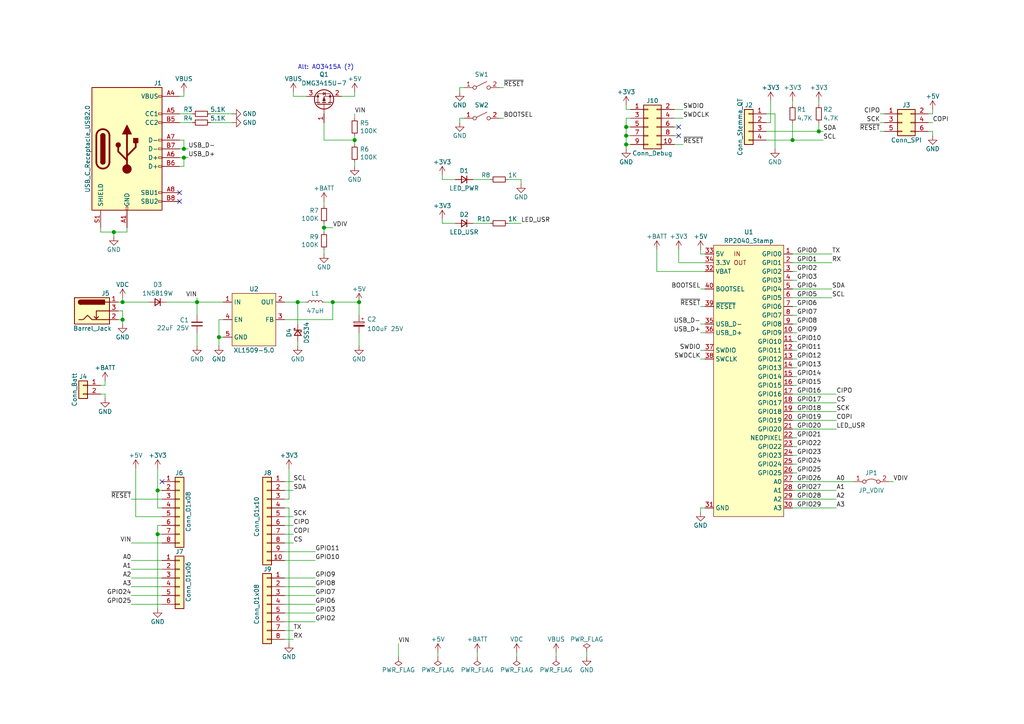
<source format=kicad_sch>
(kicad_sch (version 20230121) (generator eeschema)
  (paper "A4")
  (lib_symbols
    (symbol "Connector:Barrel_Jack_Switch" (pin_names hide)
      (property "Reference" "J" (at 0 5.334 0))
      (property "Value" "Barrel_Jack_Switch" (at 0 -5.08 0))
      (symbol "Barrel_Jack_Switch_1_1"
        (pin passive line (at 7.62 2.54 180) (length 2.54) (name "~") (number "1"))
        (pin passive line (at 7.62 -2.54 180) (length 2.54) (name "~") (number "2"))
        (pin passive line (at 7.62 0 180) (length 2.54) (name "~") (number "3"))
      )
    )
    (symbol "Connector:USB_C_Receptacle_USB2.0" (pin_names (offset 1.016))
      (property "Reference" "J" (at -10.16 19.05 0))
      (property "Value" "USB_C_Receptacle_USB2.0" (at 19.05 19.05 0))
      (symbol "USB_C_Receptacle_USB2.0_1_1"
        (pin passive line (at 0 -22.86 90) (length 5.08) (name "GND") (number "A1"))
        (pin passive line (at 0 -22.86 90) (length 5.08) hide (name "GND") (number "A12"))
        (pin passive line (at 15.24 15.24 180) (length 5.08) (name "VBUS") (number "A4"))
        (pin bidirectional line (at 15.24 10.16 180) (length 5.08) (name "CC1") (number "A5"))
        (pin bidirectional line (at 15.24 -2.54 180) (length 5.08) (name "D+") (number "A6"))
        (pin bidirectional line (at 15.24 2.54 180) (length 5.08) (name "D-") (number "A7"))
        (pin bidirectional line (at 15.24 -12.7 180) (length 5.08) (name "SBU1") (number "A8"))
        (pin passive line (at 15.24 15.24 180) (length 5.08) hide (name "VBUS") (number "A9"))
        (pin passive line (at 0 -22.86 90) (length 5.08) hide (name "GND") (number "B1"))
        (pin passive line (at 0 -22.86 90) (length 5.08) hide (name "GND") (number "B12"))
        (pin passive line (at 15.24 15.24 180) (length 5.08) hide (name "VBUS") (number "B4"))
        (pin bidirectional line (at 15.24 7.62 180) (length 5.08) (name "CC2") (number "B5"))
        (pin bidirectional line (at 15.24 -5.08 180) (length 5.08) (name "D+") (number "B6"))
        (pin bidirectional line (at 15.24 0 180) (length 5.08) (name "D-") (number "B7"))
        (pin bidirectional line (at 15.24 -15.24 180) (length 5.08) (name "SBU2") (number "B8"))
        (pin passive line (at 15.24 15.24 180) (length 5.08) hide (name "VBUS") (number "B9"))
        (pin passive line (at -7.62 -22.86 90) (length 5.08) (name "SHIELD") (number "S1"))
      )
    )
    (symbol "Connector_Generic:Conn_01x02" (pin_names (offset 1.016) hide)
      (property "Reference" "J" (at 0 2.54 0))
      (property "Value" "Conn_01x02" (at 0 -5.08 0))
      (symbol "Conn_01x02_1_1"
        (pin passive line (at -5.08 0 0) (length 3.81) (name "Pin_1") (number "1"))
        (pin passive line (at -5.08 -2.54 0) (length 3.81) (name "Pin_2") (number "2"))
      )
    )
    (symbol "Connector_Generic:Conn_01x04" (pin_names (offset 1.016) hide)
      (property "Reference" "J" (at 0 5.08 0))
      (property "Value" "Conn_01x04" (at 0 -7.62 0))
      (symbol "Conn_01x04_1_1"
        (pin passive line (at -5.08 2.54 0) (length 3.81) (name "Pin_1") (number "1"))
        (pin passive line (at -5.08 0 0) (length 3.81) (name "Pin_2") (number "2"))
        (pin passive line (at -5.08 -2.54 0) (length 3.81) (name "Pin_3") (number "3"))
        (pin passive line (at -5.08 -5.08 0) (length 3.81) (name "Pin_4") (number "4"))
      )
    )
    (symbol "Connector_Generic:Conn_01x06" (pin_names (offset 1.016) hide)
      (property "Reference" "J" (at 0 7.62 0))
      (property "Value" "Conn_01x06" (at 0 -10.16 0))
      (symbol "Conn_01x06_1_1"
        (pin passive line (at -5.08 5.08 0) (length 3.81) (name "Pin_1") (number "1"))
        (pin passive line (at -5.08 2.54 0) (length 3.81) (name "Pin_2") (number "2"))
        (pin passive line (at -5.08 0 0) (length 3.81) (name "Pin_3") (number "3"))
        (pin passive line (at -5.08 -2.54 0) (length 3.81) (name "Pin_4") (number "4"))
        (pin passive line (at -5.08 -5.08 0) (length 3.81) (name "Pin_5") (number "5"))
        (pin passive line (at -5.08 -7.62 0) (length 3.81) (name "Pin_6") (number "6"))
      )
    )
    (symbol "Connector_Generic:Conn_01x08" (pin_names (offset 1.016) hide)
      (property "Reference" "J" (at 0 10.16 0))
      (property "Value" "Conn_01x08" (at 0 -12.7 0))
      (symbol "Conn_01x08_1_1"
        (pin passive line (at -5.08 7.62 0) (length 3.81) (name "Pin_1") (number "1"))
        (pin passive line (at -5.08 5.08 0) (length 3.81) (name "Pin_2") (number "2"))
        (pin passive line (at -5.08 2.54 0) (length 3.81) (name "Pin_3") (number "3"))
        (pin passive line (at -5.08 0 0) (length 3.81) (name "Pin_4") (number "4"))
        (pin passive line (at -5.08 -2.54 0) (length 3.81) (name "Pin_5") (number "5"))
        (pin passive line (at -5.08 -5.08 0) (length 3.81) (name "Pin_6") (number "6"))
        (pin passive line (at -5.08 -7.62 0) (length 3.81) (name "Pin_7") (number "7"))
        (pin passive line (at -5.08 -10.16 0) (length 3.81) (name "Pin_8") (number "8"))
      )
    )
    (symbol "Connector_Generic:Conn_01x10" (pin_names (offset 1.016) hide)
      (property "Reference" "J" (at 0 12.7 0))
      (property "Value" "Conn_01x10" (at 0 -15.24 0))
      (symbol "Conn_01x10_1_1"
        (pin passive line (at -5.08 10.16 0) (length 3.81) (name "Pin_1") (number "1"))
        (pin passive line (at -5.08 -12.7 0) (length 3.81) (name "Pin_10") (number "10"))
        (pin passive line (at -5.08 7.62 0) (length 3.81) (name "Pin_2") (number "2"))
        (pin passive line (at -5.08 5.08 0) (length 3.81) (name "Pin_3") (number "3"))
        (pin passive line (at -5.08 2.54 0) (length 3.81) (name "Pin_4") (number "4"))
        (pin passive line (at -5.08 0 0) (length 3.81) (name "Pin_5") (number "5"))
        (pin passive line (at -5.08 -2.54 0) (length 3.81) (name "Pin_6") (number "6"))
        (pin passive line (at -5.08 -5.08 0) (length 3.81) (name "Pin_7") (number "7"))
        (pin passive line (at -5.08 -7.62 0) (length 3.81) (name "Pin_8") (number "8"))
        (pin passive line (at -5.08 -10.16 0) (length 3.81) (name "Pin_9") (number "9"))
      )
    )
    (symbol "Connector_Generic:Conn_02x03_Odd_Even" (pin_names (offset 1.016) hide)
      (property "Reference" "J" (at 1.27 5.08 0))
      (property "Value" "Conn_02x03_Odd_Even" (at 1.27 -5.08 0))
      (symbol "Conn_02x03_Odd_Even_1_1"
        (pin passive line (at -5.08 2.54 0) (length 3.81) (name "Pin_1") (number "1"))
        (pin passive line (at 7.62 2.54 180) (length 3.81) (name "Pin_2") (number "2"))
        (pin passive line (at -5.08 0 0) (length 3.81) (name "Pin_3") (number "3"))
        (pin passive line (at 7.62 0 180) (length 3.81) (name "Pin_4") (number "4"))
        (pin passive line (at -5.08 -2.54 0) (length 3.81) (name "Pin_5") (number "5"))
        (pin passive line (at 7.62 -2.54 180) (length 3.81) (name "Pin_6") (number "6"))
      )
    )
    (symbol "Connector_Generic:Conn_02x05_Odd_Even" (pin_names (offset 1.016) hide)
      (property "Reference" "J" (at 1.27 7.62 0))
      (property "Value" "Conn_02x05_Odd_Even" (at 1.27 -7.62 0))
      (symbol "Conn_02x05_Odd_Even_1_1"
        (pin passive line (at -5.08 5.08 0) (length 3.81) (name "Pin_1") (number "1"))
        (pin passive line (at 7.62 -5.08 180) (length 3.81) (name "Pin_10") (number "10"))
        (pin passive line (at 7.62 5.08 180) (length 3.81) (name "Pin_2") (number "2"))
        (pin passive line (at -5.08 2.54 0) (length 3.81) (name "Pin_3") (number "3"))
        (pin passive line (at 7.62 2.54 180) (length 3.81) (name "Pin_4") (number "4"))
        (pin passive line (at -5.08 0 0) (length 3.81) (name "Pin_5") (number "5"))
        (pin passive line (at 7.62 0 180) (length 3.81) (name "Pin_6") (number "6"))
        (pin passive line (at -5.08 -2.54 0) (length 3.81) (name "Pin_7") (number "7"))
        (pin passive line (at 7.62 -2.54 180) (length 3.81) (name "Pin_8") (number "8"))
        (pin passive line (at -5.08 -5.08 0) (length 3.81) (name "Pin_9") (number "9"))
      )
    )
    (symbol "Device:C_Polarized_Small" (pin_numbers hide) (pin_names (offset 0.254) hide)
      (property "Reference" "C" (at 0.254 1.778 0))
      (property "Value" "C_Polarized_Small" (at 0.254 -2.032 0))
      (symbol "C_Polarized_Small_1_1"
        (pin passive line (at 0 2.54 270) (length 1.8542) (name "~") (number "1"))
        (pin passive line (at 0 -2.54 90) (length 1.8542) (name "~") (number "2"))
      )
    )
    (symbol "Device:C_Small" (pin_numbers hide) (pin_names (offset 0.254) hide)
      (property "Reference" "C" (at 0.254 1.778 0))
      (property "Value" "C_Small" (at 0.254 -2.032 0))
      (symbol "C_Small_1_1"
        (pin passive line (at 0 2.54 270) (length 2.032) (name "~") (number "1"))
        (pin passive line (at 0 -2.54 90) (length 2.032) (name "~") (number "2"))
      )
    )
    (symbol "Device:D_Schottky_Small" (pin_numbers hide) (pin_names (offset 0.254) hide)
      (property "Reference" "D" (at -1.27 2.032 0))
      (property "Value" "D_Schottky_Small" (at -7.112 -2.032 0))
      (symbol "D_Schottky_Small_1_1"
        (pin passive line (at -2.54 0 0) (length 1.778) (name "K") (number "1"))
        (pin passive line (at 2.54 0 180) (length 1.778) (name "A") (number "2"))
      )
    )
    (symbol "Device:D_Small" (pin_numbers hide) (pin_names (offset 0.254) hide)
      (property "Reference" "D" (at -1.27 2.032 0))
      (property "Value" "D_Small" (at -3.81 -2.032 0))
      (symbol "D_Small_1_1"
        (pin passive line (at -2.54 0 0) (length 1.778) (name "K") (number "1"))
        (pin passive line (at 2.54 0 180) (length 1.778) (name "A") (number "2"))
      )
    )
    (symbol "Device:L_Small" (pin_numbers hide) (pin_names (offset 0.254) hide)
      (property "Reference" "L" (at 0.762 1.016 0))
      (property "Value" "L_Small" (at 0.762 -1.016 0))
      (symbol "L_Small_1_1"
        (pin passive line (at 0 2.54 270) (length 0.508) (name "~") (number "1"))
        (pin passive line (at 0 -2.54 90) (length 0.508) (name "~") (number "2"))
      )
    )
    (symbol "Device:R_Small" (pin_numbers hide) (pin_names (offset 0.254) hide)
      (property "Reference" "R" (at 0.762 0.508 0))
      (property "Value" "R_Small" (at 0.762 -1.016 0))
      (symbol "R_Small_1_1"
        (pin passive line (at 0 2.54 270) (length 0.762) (name "~") (number "1"))
        (pin passive line (at 0 -2.54 90) (length 0.762) (name "~") (number "2"))
      )
    )
    (symbol "Jumper:Jumper_2_Bridged" (pin_names (offset 0) hide)
      (property "Reference" "JP" (at 0 1.905 0))
      (property "Value" "Jumper_2_Bridged" (at 0 -2.54 0))
      (symbol "Jumper_2_Bridged_1_1"
        (pin passive line (at -5.08 0 0) (length 2.54) (name "A") (number "1"))
        (pin passive line (at 5.08 0 180) (length 2.54) (name "B") (number "2"))
      )
    )
    (symbol "RP2040_Stamp:RP2040_Stamp"
      (property "Reference" "U" (at 10.16 43.18 0))
      (property "Value" "RP2040_Stamp" (at 0 -38.1 0))
      (symbol "RP2040_Stamp_0_0"
        (text "IN" (at -4.445 39.37 0) (effects (font (size 1.27 1.27)) (justify left)))
        (text "OUT" (at -4.445 36.83 0) (effects (font (size 1.27 1.27)) (justify left)))
        (pin bidirectional line (at 12.7 39.37 180) (length 2.54) (name "GPIO0") (number "1"))
        (pin bidirectional line (at 12.7 16.51 180) (length 2.54) (name "GPIO9") (number "10"))
        (pin bidirectional line (at 12.7 13.97 180) (length 2.54) (name "GPIO10") (number "11"))
        (pin bidirectional line (at 12.7 11.43 180) (length 2.54) (name "GPIO11") (number "12"))
        (pin bidirectional line (at 12.7 8.89 180) (length 2.54) (name "GPIO12") (number "13"))
        (pin bidirectional line (at 12.7 6.35 180) (length 2.54) (name "GPIO13") (number "14"))
        (pin bidirectional line (at 12.7 3.81 180) (length 2.54) (name "GPIO14") (number "15"))
        (pin bidirectional line (at 12.7 1.27 180) (length 2.54) (name "GPIO15") (number "16"))
        (pin bidirectional line (at 12.7 -1.27 180) (length 2.54) (name "GPIO16") (number "17"))
        (pin bidirectional line (at 12.7 -3.81 180) (length 2.54) (name "GPIO17") (number "18"))
        (pin bidirectional line (at 12.7 -6.35 180) (length 2.54) (name "GPIO18") (number "19"))
        (pin bidirectional line (at 12.7 36.83 180) (length 2.54) (name "GPIO1") (number "2"))
        (pin bidirectional line (at 12.7 -8.89 180) (length 2.54) (name "GPIO19") (number "20"))
        (pin bidirectional line (at 12.7 -11.43 180) (length 2.54) (name "GPIO20") (number "21"))
        (pin bidirectional line (at 12.7 -13.97 180) (length 2.54) (name "GPIO21") (number "22") (alternate "NEOPIXEL" output line))
        (pin bidirectional line (at 12.7 -16.51 180) (length 2.54) (name "GPIO22") (number "23"))
        (pin bidirectional line (at 12.7 -19.05 180) (length 2.54) (name "GPIO23") (number "24"))
        (pin bidirectional line (at 12.7 -21.59 180) (length 2.54) (name "GPIO24") (number "25"))
        (pin bidirectional line (at 12.7 -24.13 180) (length 2.54) (name "GPIO25") (number "26"))
        (pin bidirectional line (at 12.7 -26.67 180) (length 2.54) (name "GPIO26") (number "27") (alternate "A0" input line))
        (pin bidirectional line (at 12.7 -29.21 180) (length 2.54) (name "GPIO27") (number "28") (alternate "A1" input line))
        (pin bidirectional line (at 12.7 -31.75 180) (length 2.54) (name "GPIO28") (number "29") (alternate "A2" input line))
        (pin bidirectional line (at 12.7 34.29 180) (length 2.54) (name "GPIO2") (number "3"))
        (pin bidirectional line (at 12.7 -34.29 180) (length 2.54) (name "GPIO29") (number "30") (alternate "A3" input line))
        (pin power_in line (at -12.7 -34.29 0) (length 2.54) (name "GND") (number "31"))
        (pin power_in line (at -12.7 34.29 0) (length 2.54) (name "VBAT") (number "32"))
        (pin power_in line (at -12.7 39.37 0) (length 2.54) (name "5V") (number "33"))
        (pin power_out line (at -12.7 36.83 0) (length 2.54) (name "3.3V") (number "34"))
        (pin bidirectional line (at -12.7 19.05 0) (length 2.54) (name "USB_D-") (number "35"))
        (pin bidirectional line (at -12.7 16.51 0) (length 2.54) (name "USB_D+") (number "36"))
        (pin bidirectional line (at -12.7 11.43 0) (length 2.54) (name "SWDIO") (number "37"))
        (pin input line (at -12.7 8.89 0) (length 2.54) (name "SWCLK") (number "38"))
        (pin bidirectional line (at -12.7 24.13 0) (length 2.54) (name "~{RESET}") (number "39"))
        (pin bidirectional line (at 12.7 31.75 180) (length 2.54) (name "GPIO3") (number "4"))
        (pin input line (at -12.7 29.21 0) (length 2.54) (name "BOOTSEL") (number "40"))
        (pin bidirectional line (at 12.7 29.21 180) (length 2.54) (name "GPIO4") (number "5"))
        (pin bidirectional line (at 12.7 26.67 180) (length 2.54) (name "GPIO5") (number "6"))
        (pin bidirectional line (at 12.7 24.13 180) (length 2.54) (name "GPIO6") (number "7"))
        (pin bidirectional line (at 12.7 21.59 180) (length 2.54) (name "GPIO7") (number "8"))
        (pin bidirectional line (at 12.7 19.05 180) (length 2.54) (name "GPIO8") (number "9"))
      )
    )
    (symbol "Regulator_Switching_Extra:XL1509-5.0"
      (property "Reference" "U" (at 6.35 8.89 0))
      (property "Value" "XL1509-5.0" (at 0 -8.89 0))
      (symbol "XL1509-5.0_0_0"
        (pin passive line (at -8.89 -5.08 0) (length 2.54) hide (name "GND") (number "6"))
        (pin passive line (at -8.89 -5.08 0) (length 2.54) hide (name "GND") (number "7"))
        (pin passive line (at -8.89 -5.08 0) (length 2.54) hide (name "GND") (number "8"))
      )
      (symbol "XL1509-5.0_1_1"
        (pin power_in line (at -8.89 5.08 0) (length 2.54) (name "IN") (number "1"))
        (pin power_out line (at 8.89 5.08 180) (length 2.54) (name "OUT") (number "2"))
        (pin input line (at 8.89 0 180) (length 2.54) (name "FB") (number "3"))
        (pin input line (at -8.89 0 0) (length 2.54) (name "EN") (number "4"))
        (pin power_in line (at -8.89 -5.08 0) (length 2.54) (name "GND") (number "5"))
      )
    )
    (symbol "Switch:SW_SPST" (pin_names (offset 0) hide)
      (property "Reference" "SW" (at 0 3.175 0))
      (property "Value" "SW_SPST" (at 0 -2.54 0))
      (symbol "SW_SPST_1_1"
        (pin passive line (at -5.08 0 0) (length 2.54) (name "A") (number "1"))
        (pin passive line (at 5.08 0 180) (length 2.54) (name "B") (number "2"))
      )
    )
    (symbol "Transistor_FET:BSS84" (pin_names hide)
      (property "Reference" "Q" (at 5.08 1.905 0))
      (property "Value" "BSS84" (at 5.08 0 0))
      (symbol "BSS84_1_1"
        (pin input line (at -5.08 0 0) (length 2.54) (name "G") (number "1"))
        (pin passive line (at 2.54 -5.08 90) (length 2.54) (name "S") (number "2"))
        (pin passive line (at 2.54 5.08 270) (length 2.54) (name "D") (number "3"))
      )
    )
    (symbol "power:+3.3V" (power) (pin_names (offset 0))
      (property "Value" "+3.3V" (at 0 3.556 0))
      (symbol "+3.3V_1_1"
        (pin power_in line (at 0 0 90) (length 0) hide (name "+3V3") (number "1"))
      )
    )
    (symbol "power:+3V3" (power) (pin_names (offset 0))
      (property "Value" "+3V3" (at 0 3.556 0))
      (symbol "+3V3_1_1"
        (pin power_in line (at 0 0 90) (length 0) hide (name "+3V3") (number "1"))
      )
    )
    (symbol "power:+5V" (power) (pin_names (offset 0))
      (property "Value" "+5V" (at 0 3.556 0))
      (symbol "+5V_1_1"
        (pin power_in line (at 0 0 90) (length 0) hide (name "+5V") (number "1"))
      )
    )
    (symbol "power:+BATT" (power) (pin_names (offset 0))
      (property "Value" "+BATT" (at 0 3.556 0))
      (symbol "+BATT_1_1"
        (pin power_in line (at 0 0 90) (length 0) hide (name "+BATT") (number "1"))
      )
    )
    (symbol "power:GND" (power) (pin_names (offset 0))
      (property "Value" "GND" (at 0 -3.81 0))
      (symbol "GND_1_1"
        (pin power_in line (at 0 0 270) (length 0) hide (name "GND") (number "1"))
      )
    )
    (symbol "power:PWR_FLAG" (power) (pin_numbers hide) (pin_names (offset 0) hide)
      (property "Value" "PWR_FLAG" (at 0 3.81 0))
      (symbol "PWR_FLAG_0_0"
        (pin power_out line (at 0 0 90) (length 0) (name "pwr") (number "1"))
      )
    )
    (symbol "power:VBUS" (power) (pin_names (offset 0))
      (property "Value" "VBUS" (at 0 3.81 0))
      (symbol "VBUS_1_1"
        (pin power_in line (at 0 0 90) (length 0) hide (name "VBUS") (number "1"))
      )
    )
    (symbol "power:VDC" (power) (pin_names (offset 0))
      (property "Value" "VDC" (at 0 6.35 0))
      (symbol "VDC_1_1"
        (pin power_in line (at 0 0 90) (length 0) hide (name "VDC") (number "1"))
      )
    )
  )
  (junction (at 45.72 142.24) (diameter 1.016))
  (junction (at 237.49 38.1) (diameter 1.016))
  (junction (at 33.02 67.31) (diameter 1.016))
  (junction (at 45.72 154.94) (diameter 1.016))
  (junction (at 104.14 87.63) (diameter 1.016))
  (junction (at 53.34 45.72) (diameter 1.016))
  (junction (at 35.56 87.63) (diameter 1.016))
  (junction (at 57.15 87.63) (diameter 1.016))
  (junction (at 63.5 97.79) (diameter 1.016))
  (junction (at 181.61 36.83) (diameter 1.016))
  (junction (at 96.52 87.63) (diameter 1.016))
  (junction (at 93.98 66.04) (diameter 1.016))
  (junction (at 35.56 92.71) (diameter 1.016))
  (junction (at 86.36 87.63) (diameter 1.016))
  (junction (at 181.61 41.91) (diameter 1.016))
  (junction (at 53.34 43.18) (diameter 1.016))
  (junction (at 102.87 40.64) (diameter 1.016))
  (junction (at 181.61 39.37) (diameter 1.016))
  (junction (at 229.87 40.64) (diameter 1.016))
  (no_connect (at 52.07 55.88))
  (no_connect (at 196.85 36.83))
  (no_connect (at 46.99 139.7))
  (no_connect (at 52.07 58.42))
  (no_connect (at 196.85 39.37))
  (wire (pts (xy 45.72 152.4) (xy 45.72 154.94)))
  (wire (pts (xy 45.72 154.94) (xy 45.72 176.53)))
  (wire (pts (xy 190.5 78.74) (xy 204.47 78.74)))
  (wire (pts (xy 229.87 134.62) (xy 231.14 134.62)))
  (wire (pts (xy 38.1 175.26) (xy 46.99 175.26)))
  (wire (pts (xy 82.55 180.34) (xy 91.44 180.34)))
  (wire (pts (xy 63.5 97.79) (xy 63.5 100.33)))
  (wire (pts (xy 52.07 48.26) (xy 53.34 48.26)))
  (wire (pts (xy 53.34 48.26) (xy 53.34 45.72)))
  (wire (pts (xy 38.1 172.72) (xy 46.99 172.72)))
  (wire (pts (xy 229.87 86.36) (xy 241.3 86.36)))
  (wire (pts (xy 52.07 40.64) (xy 53.34 40.64)))
  (wire (pts (xy 53.34 40.64) (xy 53.34 43.18)))
  (wire (pts (xy 82.55 162.56) (xy 91.44 162.56)))
  (wire (pts (xy 85.09 26.67) (xy 85.09 27.94)))
  (wire (pts (xy 85.09 27.94) (xy 88.9 27.94)))
  (wire (pts (xy 229.87 137.16) (xy 231.14 137.16)))
  (wire (pts (xy 229.87 78.74) (xy 231.14 78.74)))
  (wire (pts (xy 46.99 165.1) (xy 38.1 165.1)))
  (wire (pts (xy 83.82 147.32) (xy 83.82 186.69)))
  (wire (pts (xy 203.2 96.52) (xy 204.47 96.52)))
  (wire (pts (xy 128.27 52.07) (xy 128.27 50.8)))
  (wire (pts (xy 229.87 111.76) (xy 231.14 111.76)))
  (wire (pts (xy 229.87 144.78) (xy 242.57 144.78)))
  (wire (pts (xy 181.61 31.75) (xy 181.61 30.48)))
  (wire (pts (xy 60.96 35.56) (xy 67.31 35.56)))
  (wire (pts (xy 195.58 36.83) (xy 196.85 36.83)))
  (wire (pts (xy 229.87 88.9) (xy 231.14 88.9)))
  (wire (pts (xy 229.87 129.54) (xy 231.14 129.54)))
  (wire (pts (xy 46.99 154.94) (xy 45.72 154.94)))
  (wire (pts (xy 222.25 33.02) (xy 224.79 33.02)))
  (wire (pts (xy 161.29 189.23) (xy 161.29 190.5)))
  (wire (pts (xy 60.96 33.02) (xy 67.31 33.02)))
  (wire (pts (xy 255.27 33.02) (xy 256.54 33.02)))
  (wire (pts (xy 127 189.23) (xy 127 190.5)))
  (wire (pts (xy 82.55 87.63) (xy 86.36 87.63)))
  (wire (pts (xy 86.36 87.63) (xy 88.9 87.63)))
  (wire (pts (xy 104.14 96.52) (xy 104.14 100.33)))
  (wire (pts (xy 82.55 177.8) (xy 91.44 177.8)))
  (wire (pts (xy 64.77 97.79) (xy 63.5 97.79)))
  (wire (pts (xy 45.72 135.89) (xy 45.72 142.24)))
  (wire (pts (xy 45.72 142.24) (xy 46.99 142.24)))
  (wire (pts (xy 203.2 104.14) (xy 204.47 104.14)))
  (wire (pts (xy 203.2 83.82) (xy 204.47 83.82)))
  (wire (pts (xy 229.87 29.21) (xy 229.87 30.48)))
  (wire (pts (xy 229.87 76.2) (xy 241.3 76.2)))
  (wire (pts (xy 229.87 106.68) (xy 231.14 106.68)))
  (wire (pts (xy 203.2 147.32) (xy 203.2 148.59)))
  (wire (pts (xy 204.47 147.32) (xy 203.2 147.32)))
  (wire (pts (xy 181.61 34.29) (xy 181.61 36.83)))
  (wire (pts (xy 147.32 52.07) (xy 151.13 52.07)))
  (wire (pts (xy 48.26 87.63) (xy 57.15 87.63)))
  (wire (pts (xy 182.88 34.29) (xy 181.61 34.29)))
  (wire (pts (xy 229.87 139.7) (xy 247.65 139.7)))
  (wire (pts (xy 82.55 160.02) (xy 91.44 160.02)))
  (wire (pts (xy 229.87 91.44) (xy 231.14 91.44)))
  (wire (pts (xy 223.52 35.56) (xy 223.52 29.21)))
  (wire (pts (xy 46.99 162.56) (xy 38.1 162.56)))
  (wire (pts (xy 270.51 39.37) (xy 270.51 38.1)))
  (wire (pts (xy 82.55 175.26) (xy 91.44 175.26)))
  (wire (pts (xy 29.21 111.76) (xy 30.48 111.76)))
  (wire (pts (xy 30.48 110.49) (xy 30.48 111.76)))
  (wire (pts (xy 149.86 189.23) (xy 149.86 190.5)))
  (wire (pts (xy 82.55 185.42) (xy 85.09 185.42)))
  (wire (pts (xy 195.58 39.37) (xy 196.85 39.37)))
  (wire (pts (xy 229.87 73.66) (xy 241.3 73.66)))
  (wire (pts (xy 82.55 170.18) (xy 91.44 170.18)))
  (wire (pts (xy 93.98 40.64) (xy 93.98 35.56)))
  (wire (pts (xy 93.98 40.64) (xy 102.87 40.64)))
  (wire (pts (xy 229.87 35.56) (xy 229.87 40.64)))
  (wire (pts (xy 46.99 152.4) (xy 45.72 152.4)))
  (wire (pts (xy 45.72 147.32) (xy 46.99 147.32)))
  (wire (pts (xy 52.07 33.02) (xy 55.88 33.02)))
  (wire (pts (xy 203.2 101.6) (xy 204.47 101.6)))
  (wire (pts (xy 93.98 58.42) (xy 93.98 59.69)))
  (wire (pts (xy 82.55 139.7) (xy 85.09 139.7)))
  (wire (pts (xy 82.55 149.86) (xy 85.09 149.86)))
  (wire (pts (xy 82.55 157.48) (xy 85.09 157.48)))
  (wire (pts (xy 195.58 31.75) (xy 198.12 31.75)))
  (wire (pts (xy 52.07 35.56) (xy 55.88 35.56)))
  (wire (pts (xy 229.87 147.32) (xy 242.57 147.32)))
  (wire (pts (xy 269.24 35.56) (xy 270.51 35.56)))
  (wire (pts (xy 151.13 52.07) (xy 151.13 53.34)))
  (wire (pts (xy 82.55 152.4) (xy 85.09 152.4)))
  (wire (pts (xy 34.29 90.17) (xy 35.56 90.17)))
  (wire (pts (xy 35.56 90.17) (xy 35.56 92.71)))
  (wire (pts (xy 35.56 92.71) (xy 35.56 93.98)))
  (wire (pts (xy 237.49 35.56) (xy 237.49 38.1)))
  (wire (pts (xy 34.29 87.63) (xy 35.56 87.63)))
  (wire (pts (xy 222.25 35.56) (xy 223.52 35.56)))
  (wire (pts (xy 229.87 119.38) (xy 242.57 119.38)))
  (wire (pts (xy 182.88 36.83) (xy 181.61 36.83)))
  (wire (pts (xy 257.81 139.7) (xy 259.08 139.7)))
  (wire (pts (xy 229.87 127) (xy 231.14 127)))
  (wire (pts (xy 229.87 114.3) (xy 242.57 114.3)))
  (wire (pts (xy 222.25 38.1) (xy 237.49 38.1)))
  (wire (pts (xy 82.55 172.72) (xy 91.44 172.72)))
  (wire (pts (xy 229.87 93.98) (xy 231.14 93.98)))
  (wire (pts (xy 93.98 87.63) (xy 96.52 87.63)))
  (wire (pts (xy 29.21 66.04) (xy 29.21 67.31)))
  (wire (pts (xy 29.21 67.31) (xy 33.02 67.31)))
  (wire (pts (xy 33.02 67.31) (xy 36.83 67.31)))
  (wire (pts (xy 36.83 67.31) (xy 36.83 66.04)))
  (wire (pts (xy 82.55 142.24) (xy 85.09 142.24)))
  (wire (pts (xy 52.07 27.94) (xy 53.34 27.94)))
  (wire (pts (xy 53.34 26.67) (xy 53.34 27.94)))
  (wire (pts (xy 182.88 41.91) (xy 181.61 41.91)))
  (wire (pts (xy 137.16 52.07) (xy 142.24 52.07)))
  (wire (pts (xy 38.1 144.78) (xy 46.99 144.78)))
  (wire (pts (xy 224.79 33.02) (xy 224.79 43.18)))
  (wire (pts (xy 170.18 189.23) (xy 170.18 190.5)))
  (wire (pts (xy 93.98 64.77) (xy 93.98 66.04)))
  (wire (pts (xy 137.16 64.77) (xy 142.24 64.77)))
  (wire (pts (xy 82.55 147.32) (xy 83.82 147.32)))
  (wire (pts (xy 102.87 33.02) (xy 102.87 34.29)))
  (wire (pts (xy 229.87 101.6) (xy 231.14 101.6)))
  (wire (pts (xy 144.78 34.29) (xy 146.05 34.29)))
  (wire (pts (xy 104.14 87.63) (xy 104.14 91.44)))
  (wire (pts (xy 229.87 81.28) (xy 231.14 81.28)))
  (wire (pts (xy 52.07 43.18) (xy 53.34 43.18)))
  (wire (pts (xy 53.34 43.18) (xy 54.61 43.18)))
  (wire (pts (xy 147.32 64.77) (xy 151.13 64.77)))
  (wire (pts (xy 115.57 186.69) (xy 115.57 190.5)))
  (wire (pts (xy 237.49 29.21) (xy 237.49 30.48)))
  (wire (pts (xy 93.98 66.04) (xy 93.98 67.31)))
  (wire (pts (xy 229.87 99.06) (xy 231.14 99.06)))
  (wire (pts (xy 203.2 93.98) (xy 204.47 93.98)))
  (wire (pts (xy 82.55 182.88) (xy 85.09 182.88)))
  (wire (pts (xy 190.5 78.74) (xy 190.5 72.39)))
  (wire (pts (xy 195.58 34.29) (xy 198.12 34.29)))
  (wire (pts (xy 133.35 25.4) (xy 133.35 26.67)))
  (wire (pts (xy 134.62 25.4) (xy 133.35 25.4)))
  (wire (pts (xy 269.24 33.02) (xy 270.51 33.02)))
  (wire (pts (xy 35.56 87.63) (xy 35.56 86.36)))
  (wire (pts (xy 99.06 27.94) (xy 102.87 27.94)))
  (wire (pts (xy 102.87 26.67) (xy 102.87 27.94)))
  (wire (pts (xy 269.24 38.1) (xy 270.51 38.1)))
  (wire (pts (xy 133.35 34.29) (xy 133.35 35.56)))
  (wire (pts (xy 134.62 34.29) (xy 133.35 34.29)))
  (wire (pts (xy 128.27 64.77) (xy 132.08 64.77)))
  (wire (pts (xy 57.15 87.63) (xy 57.15 86.36)))
  (wire (pts (xy 229.87 104.14) (xy 231.14 104.14)))
  (wire (pts (xy 144.78 25.4) (xy 146.05 25.4)))
  (wire (pts (xy 57.15 87.63) (xy 57.15 91.44)))
  (wire (pts (xy 255.27 35.56) (xy 256.54 35.56)))
  (wire (pts (xy 229.87 142.24) (xy 242.57 142.24)))
  (wire (pts (xy 229.87 109.22) (xy 231.14 109.22)))
  (wire (pts (xy 270.51 31.75) (xy 270.51 33.02)))
  (wire (pts (xy 86.36 99.06) (xy 86.36 100.33)))
  (wire (pts (xy 34.29 92.71) (xy 35.56 92.71)))
  (wire (pts (xy 237.49 38.1) (xy 238.76 38.1)))
  (wire (pts (xy 229.87 132.08) (xy 231.14 132.08)))
  (wire (pts (xy 203.2 88.9) (xy 204.47 88.9)))
  (wire (pts (xy 229.87 124.46) (xy 242.57 124.46)))
  (wire (pts (xy 182.88 31.75) (xy 181.61 31.75)))
  (wire (pts (xy 138.43 189.23) (xy 138.43 190.5)))
  (wire (pts (xy 181.61 39.37) (xy 181.61 41.91)))
  (wire (pts (xy 57.15 87.63) (xy 64.77 87.63)))
  (wire (pts (xy 128.27 64.77) (xy 128.27 63.5)))
  (wire (pts (xy 96.52 87.63) (xy 104.14 87.63)))
  (wire (pts (xy 229.87 40.64) (xy 238.76 40.64)))
  (wire (pts (xy 102.87 39.37) (xy 102.87 40.64)))
  (wire (pts (xy 102.87 40.64) (xy 102.87 41.91)))
  (wire (pts (xy 86.36 93.98) (xy 86.36 87.63)))
  (wire (pts (xy 57.15 96.52) (xy 57.15 100.33)))
  (wire (pts (xy 82.55 144.78) (xy 83.82 144.78)))
  (wire (pts (xy 83.82 135.89) (xy 83.82 144.78)))
  (wire (pts (xy 38.1 157.48) (xy 46.99 157.48)))
  (wire (pts (xy 96.52 66.04) (xy 93.98 66.04)))
  (wire (pts (xy 181.61 41.91) (xy 181.61 43.18)))
  (wire (pts (xy 39.37 149.86) (xy 39.37 135.89)))
  (wire (pts (xy 229.87 96.52) (xy 231.14 96.52)))
  (wire (pts (xy 82.55 167.64) (xy 91.44 167.64)))
  (wire (pts (xy 33.02 67.31) (xy 33.02 68.58)))
  (wire (pts (xy 255.27 38.1) (xy 256.54 38.1)))
  (wire (pts (xy 82.55 154.94) (xy 85.09 154.94)))
  (wire (pts (xy 181.61 36.83) (xy 181.61 39.37)))
  (wire (pts (xy 82.55 92.71) (xy 96.52 92.71)))
  (wire (pts (xy 52.07 45.72) (xy 53.34 45.72)))
  (wire (pts (xy 53.34 45.72) (xy 54.61 45.72)))
  (wire (pts (xy 196.85 72.39) (xy 196.85 76.2)))
  (wire (pts (xy 196.85 76.2) (xy 204.47 76.2)))
  (wire (pts (xy 182.88 39.37) (xy 181.61 39.37)))
  (wire (pts (xy 222.25 40.64) (xy 229.87 40.64)))
  (wire (pts (xy 93.98 72.39) (xy 93.98 73.66)))
  (wire (pts (xy 46.99 170.18) (xy 38.1 170.18)))
  (wire (pts (xy 46.99 167.64) (xy 38.1 167.64)))
  (wire (pts (xy 35.56 87.63) (xy 43.18 87.63)))
  (wire (pts (xy 229.87 83.82) (xy 241.3 83.82)))
  (wire (pts (xy 195.58 41.91) (xy 198.12 41.91)))
  (wire (pts (xy 128.27 52.07) (xy 132.08 52.07)))
  (wire (pts (xy 102.87 46.99) (xy 102.87 48.26)))
  (wire (pts (xy 203.2 72.39) (xy 203.2 73.66)))
  (wire (pts (xy 204.47 73.66) (xy 203.2 73.66)))
  (wire (pts (xy 45.72 142.24) (xy 45.72 147.32)))
  (wire (pts (xy 229.87 121.92) (xy 242.57 121.92)))
  (wire (pts (xy 29.21 114.3) (xy 30.48 114.3)))
  (wire (pts (xy 30.48 114.3) (xy 30.48 115.57)))
  (wire (pts (xy 39.37 149.86) (xy 46.99 149.86)))
  (wire (pts (xy 229.87 116.84) (xy 242.57 116.84)))
  (wire (pts (xy 96.52 87.63) (xy 96.52 92.71)))
  (wire (pts (xy 63.5 92.71) (xy 63.5 97.79)))
  (wire (pts (xy 64.77 92.71) (xy 63.5 92.71)))
  (text "Alt: AO3415A (?)" (at 86.36 20.32 0) (effects (font (size 1.27 1.27)) (justify left bottom)))
  (label "GPIO8" (at 91.44 170.18 0))
  (label "GPIO12" (at 231.14 104.14 0))
  (label "GPIO4" (at 231.14 83.82 0))
  (label "CIPO" (at 255.27 33.02 180))
  (label "TX" (at 85.09 182.88 0))
  (label "VIN" (at 102.87 33.02 0))
  (label "GPIO11" (at 91.44 160.02 0))
  (label "CS" (at 242.57 116.84 0))
  (label "GPIO7" (at 231.14 91.44 0))
  (label "GPIO28" (at 231.14 144.78 0))
  (label "A1" (at 242.57 142.24 0))
  (label "A0" (at 242.57 139.7 0))
  (label "COPI" (at 270.51 35.56 0))
  (label "GPIO3" (at 91.44 177.8 0))
  (label "BOOTSEL" (at 203.2 83.82 180))
  (label "VDIV" (at 96.52 66.04 0))
  (label "SWDIO" (at 203.2 101.6 180))
  (label "A3" (at 242.57 147.32 0))
  (label "RX" (at 85.09 185.42 0))
  (label "COPI" (at 85.09 154.94 0))
  (label "~{RESET}" (at 255.27 38.1 180))
  (label "COPI" (at 242.57 121.92 0))
  (label "USB_D-" (at 54.61 43.18 0))
  (label "SDA" (at 241.3 83.82 0))
  (label "LED_USR" (at 242.57 124.46 0))
  (label "GPIO3" (at 231.14 81.28 0))
  (label "VIN" (at 38.1 157.48 180))
  (label "GPIO9" (at 91.44 167.64 0))
  (label "GPIO29" (at 231.14 147.32 0))
  (label "GPIO18" (at 231.14 119.38 0))
  (label "GPIO1" (at 231.14 76.2 0))
  (label "GPIO11" (at 231.14 101.6 0))
  (label "CIPO" (at 85.09 152.4 0))
  (label "VIN" (at 115.57 186.69 0))
  (label "~{RESET}" (at 198.12 41.91 0))
  (label "SCK" (at 242.57 119.38 0))
  (label "USB_D+" (at 203.2 96.52 180))
  (label "SWDCLK" (at 203.2 104.14 180))
  (label "SWDIO" (at 198.12 31.75 0))
  (label "GPIO25" (at 231.14 137.16 0))
  (label "GPIO15" (at 231.14 111.76 0))
  (label "SDA" (at 238.76 38.1 0))
  (label "GPIO24" (at 231.14 134.62 0))
  (label "LED_USR" (at 151.13 64.77 0))
  (label "GPIO25" (at 38.1 175.26 180))
  (label "GPIO10" (at 91.44 162.56 0))
  (label "A2" (at 242.57 144.78 0))
  (label "A1" (at 38.1 165.1 180))
  (label "TX" (at 241.3 73.66 0))
  (label "SCL" (at 238.76 40.64 0))
  (label "SCL" (at 241.3 86.36 0))
  (label "GPIO19" (at 231.14 121.92 0))
  (label "GPIO2" (at 91.44 180.34 0))
  (label "VIN" (at 57.15 86.36 180))
  (label "GPIO20" (at 231.14 124.46 0))
  (label "GPIO8" (at 231.14 93.98 0))
  (label "~{RESET}" (at 38.1 144.78 180))
  (label "SCK" (at 255.27 35.56 180))
  (label "GPIO7" (at 91.44 172.72 0))
  (label "GPIO16" (at 231.14 114.3 0))
  (label "GPIO10" (at 231.14 99.06 0))
  (label "CIPO" (at 242.57 114.3 0))
  (label "SCL" (at 85.09 139.7 0))
  (label "USB_D-" (at 203.2 93.98 180))
  (label "USB_D+" (at 54.61 45.72 0))
  (label "~{RESET}" (at 146.05 25.4 0))
  (label "A0" (at 38.1 162.56 180))
  (label "RX" (at 241.3 76.2 0))
  (label "A3" (at 38.1 170.18 180))
  (label "GPIO14" (at 231.14 109.22 0))
  (label "GPIO27" (at 231.14 142.24 0))
  (label "GPIO22" (at 231.14 129.54 0))
  (label "BOOTSEL" (at 146.05 34.29 0))
  (label "SCK" (at 85.09 149.86 0))
  (label "GPIO2" (at 231.14 78.74 0))
  (label "~{RESET}" (at 203.2 88.9 180))
  (label "SDA" (at 85.09 142.24 0))
  (label "GPIO17" (at 231.14 116.84 0))
  (label "A2" (at 38.1 167.64 180))
  (label "GPIO26" (at 231.14 139.7 0))
  (label "CS" (at 85.09 157.48 0))
  (label "GPIO21" (at 231.14 127 0))
  (label "GPIO6" (at 231.14 88.9 0))
  (label "VDIV" (at 259.08 139.7 0))
  (label "GPIO5" (at 231.14 86.36 0))
  (label "SWDCLK" (at 198.12 34.29 0))
  (label "GPIO24" (at 38.1 172.72 180))
  (label "GPIO9" (at 231.14 96.52 0))
  (label "GPIO0" (at 231.14 73.66 0))
  (label "GPIO6" (at 91.44 175.26 0))
  (label "GPIO13" (at 231.14 106.68 0))
  (label "GPIO23" (at 231.14 132.08 0))
  (symbol (lib_id "Connector_Generic:Conn_01x06") (at 52.07 167.64 0) (unit 1) (in_bom no)
    (property "Reference" "J7" (at 52.07 160.0199 0))
    (property "Value" "Conn_01x06" (at 54.61 174.6249 90) (effects (justify left)))
    (property "Footprint" "Connector_PinSocket_2.54mm:PinSocket_1x06_P2.54mm_Vertical" (effects hide))
  )
  (symbol (lib_id "power:+BATT") (at 30.48 110.49 0) (unit 1)
    (property "Reference" "#PWR0117" (effects hide))
    (property "Value" "+BATT" (at 30.48 106.68 0))
  )
  (symbol (lib_id "Connector_Generic:Conn_01x08") (at 52.07 147.32 0) (unit 1) (in_bom no)
    (property "Reference" "J6" (at 50.8 137.1599 0) (effects (justify left)))
    (property "Value" "Conn_01x08" (at 54.61 154.3049 90) (effects (justify left)))
    (property "Footprint" "Connector_PinSocket_2.54mm:PinSocket_1x08_P2.54mm_Vertical" (effects hide))
  )
  (symbol (lib_id "power:VBUS") (at 53.34 26.67 0) (unit 1)
    (property "Reference" "#PWR0118" (effects hide))
    (property "Value" "VBUS" (at 53.34 22.86 0))
  )
  (symbol (lib_id "Device:D_Small") (at 134.62 52.07 0) (mirror y) (unit 1)
    (property "Reference" "D1" (at 134.62 49.53 0))
    (property "Value" "LED_PWR" (at 134.62 54.61 0))
    (property "Footprint" "LED_SMD:LED_0603_1608Metric" (effects hide))
  )
  (symbol (lib_id "power:+5V") (at 203.2 72.39 0) (unit 1)
    (property "Reference" "#PWR0130" (effects hide))
    (property "Value" "+5V" (at 203.2 68.58 0))
  )
  (symbol (lib_id "Device:R_Small") (at 58.42 33.02 90) (unit 1)
    (property "Reference" "R3" (at 55.88 31.75 90) (effects (justify left)))
    (property "Value" "5.1K" (at 60.96 31.75 90) (effects (justify right)))
    (property "Footprint" "Resistor_SMD:R_0603_1608Metric" (effects hide))
  )
  (symbol (lib_id "power:GND") (at 35.56 93.98 0) (unit 1)
    (property "Reference" "#PWR0113" (effects hide))
    (property "Value" "GND" (at 35.56 97.79 0))
  )
  (symbol (lib_id "power:+3V3") (at 237.49 29.21 0) (unit 1)
    (property "Reference" "#PWR0104" (effects hide))
    (property "Value" "+3V3" (at 237.49 25.4 0))
  )
  (symbol (lib_id "power:GND") (at 104.14 100.33 0) (mirror y) (unit 1)
    (property "Reference" "#PWR0140" (effects hide))
    (property "Value" "GND" (at 104.14 104.14 0))
  )
  (symbol (lib_id "power:+5V") (at 102.87 26.67 0) (unit 1)
    (property "Reference" "#PWR0136" (effects hide))
    (property "Value" "+5V" (at 102.87 22.86 0))
  )
  (symbol (lib_id "Device:R_Small") (at 144.78 52.07 90) (unit 1)
    (property "Reference" "R8" (at 142.24 50.8 90) (effects (justify left)))
    (property "Value" "1K" (at 147.32 50.8 90) (effects (justify right)))
    (property "Footprint" "Resistor_SMD:R_0603_1608Metric" (effects hide))
  )
  (symbol (lib_id "Device:R_Small") (at 237.49 33.02 0) (unit 1)
    (property "Reference" "R2" (at 238.76 31.75 0) (effects (justify left)))
    (property "Value" "4.7K" (at 238.76 34.29 0) (effects (justify left)))
    (property "Footprint" "Resistor_SMD:R_0603_1608Metric" (effects hide))
  )
  (symbol (lib_id "power:GND") (at 57.15 100.33 0) (mirror y) (unit 1)
    (property "Reference" "#PWR0138" (effects hide))
    (property "Value" "GND" (at 57.15 104.14 0))
  )
  (symbol (lib_id "power:GND") (at 30.48 115.57 0) (unit 1)
    (property "Reference" "#PWR0114" (effects hide))
    (property "Value" "GND" (at 30.48 119.38 0))
  )
  (symbol (lib_id "Device:R_Small") (at 102.87 44.45 0) (unit 1)
    (property "Reference" "R6" (at 104.3687 43.3006 0) (effects (justify left)))
    (property "Value" "100K" (at 104.3687 45.5993 0) (effects (justify left)))
    (property "Footprint" "Resistor_SMD:R_0603_1608Metric" (effects hide))
  )
  (symbol (lib_id "power:+3V3") (at 223.52 29.21 0) (unit 1)
    (property "Reference" "#PWR0103" (effects hide))
    (property "Value" "+3V3" (at 223.52 25.4 0))
  )
  (symbol (lib_id "power:GND") (at 86.36 100.33 0) (unit 1)
    (property "Reference" "#PWR0142" (effects hide))
    (property "Value" "GND" (at 86.36 104.14 0))
  )
  (symbol (lib_id "power:GND") (at 133.35 35.56 0) (unit 1)
    (property "Reference" "#PWR0108" (effects hide))
    (property "Value" "GND" (at 133.35 39.37 0))
  )
  (symbol (lib_id "power:GND") (at 133.35 26.67 0) (unit 1)
    (property "Reference" "#PWR0107" (effects hide))
    (property "Value" "GND" (at 133.35 30.48 0))
  )
  (symbol (lib_id "power:GND") (at 224.79 43.18 0) (unit 1)
    (property "Reference" "#PWR0102" (effects hide))
    (property "Value" "GND" (at 224.79 46.99 0))
  )
  (symbol (lib_id "Jumper:Jumper_2_Bridged") (at 252.73 139.7 0) (unit 1) (in_bom no)
    (property "Reference" "JP1" (at 252.73 137.16 0))
    (property "Value" "JP_VDIV" (at 252.73 142.24 0))
    (property "Footprint" "Jumper:SolderJumper-2_P1.3mm_Bridged_RoundedPad1.0x1.5mm" (effects hide))
  )
  (symbol (lib_id "power:GND") (at 151.13 53.34 0) (unit 1)
    (property "Reference" "#PWR0132" (effects hide))
    (property "Value" "GND" (at 151.13 57.15 0))
  )
  (symbol (lib_id "power:+3.3V") (at 181.61 30.48 0) (unit 1)
    (property "Reference" "#PWR0106" (effects hide))
    (property "Value" "+3.3V" (at 181.61 26.67 0))
  )
  (symbol (lib_id "power:VDC") (at 35.56 86.36 0) (unit 1)
    (property "Reference" "#PWR0115" (effects hide))
    (property "Value" "VDC" (at 35.56 82.55 0))
  )
  (symbol (lib_id "power:+5V") (at 104.14 87.63 0) (unit 1)
    (property "Reference" "#PWR0141" (effects hide))
    (property "Value" "+5V" (at 104.14 83.82 0))
  )
  (symbol (lib_id "RP2040_Stamp:RP2040_Stamp") (at 217.17 113.03 0) (unit 1) (in_bom no)
    (property "Reference" "U1" (at 217.17 67.31 0))
    (property "Value" "RP2040_Stamp" (at 217.17 69.85 0))
    (property "Footprint" "RP2040_Stamp:RP2040_Stamp_THT" (effects hide))
    (pin "22" (alternate "NEOPIXEL"))
    (pin "27" (alternate "A0"))
    (pin "28" (alternate "A1"))
    (pin "29" (alternate "A2"))
    (pin "30" (alternate "A3"))
  )
  (symbol (lib_id "power:PWR_FLAG") (at 127 190.5 180) (unit 1)
    (property "Reference" "#FLG0101" (effects hide))
    (property "Value" "PWR_FLAG" (at 127 194.31 0))
  )
  (symbol (lib_id "Regulator_Switching_Extra:XL1509-5.0") (at 73.66 92.71 0) (unit 1)
    (property "Reference" "U2" (at 73.66 83.82 0))
    (property "Value" "XL1509-5.0" (at 73.66 101.6 0))
    (property "Footprint" "Package_SO:SOP-8_3.9x4.9mm_P1.27mm" (effects hide))
    (property "Datasheet" "https://datasheet.lcsc.com/szlcsc/XLSEMI-XL1509-5-0E1_C61063.pdf" (effects hide))
    (property "LCSC" "C2681225" (effects hide))
  )
  (symbol (lib_id "Switch:SW_SPST") (at 139.7 25.4 0) (unit 1)
    (property "Reference" "SW1" (at 139.7 21.59 0))
    (property "Value" "BTN_UP" (effects hide))
    (property "Footprint" "Button_Switch_SMD_Extra:TL3330" (effects hide))
    (property "LCSC" "C318936" (effects hide))
  )
  (symbol (lib_id "Connector_Generic:Conn_01x02") (at 24.13 111.76 0) (mirror y) (unit 1)
    (property "Reference" "J4" (at 24.13 109.22 0))
    (property "Value" "Conn_Batt" (at 21.59 113.03 90))
    (property "Footprint" "Connector_JST:JST_PH_S2B-PH-SM4-TB_1x02-1MP_P2.00mm_Horizontal" (effects hide))
    (property "LCSC" "C47647" (effects hide))
  )
  (symbol (lib_id "power:+5V") (at 127 189.23 0) (unit 1)
    (property "Reference" "#PWR0126" (effects hide))
    (property "Value" "+5V" (at 127 185.42 0))
  )
  (symbol (lib_id "power:+3.3V") (at 128.27 50.8 0) (unit 1)
    (property "Reference" "#PWR0134" (effects hide))
    (property "Value" "+3.3V" (at 128.27 46.99 0))
  )
  (symbol (lib_id "Connector_Generic:Conn_01x10") (at 77.47 149.86 0) (mirror y) (unit 1) (in_bom no)
    (property "Reference" "J8" (at 77.597 137.16 0))
    (property "Value" "Conn_01x10" (at 74.422 149.86 90))
    (property "Footprint" "Connector_PinSocket_2.54mm:PinSocket_1x10_P2.54mm_Vertical" (effects hide))
  )
  (symbol (lib_id "Device:R_Small") (at 93.98 69.85 0) (mirror y) (unit 1)
    (property "Reference" "R9" (at 92.4813 68.7006 0) (effects (justify left)))
    (property "Value" "100K" (at 92.4813 70.9993 0) (effects (justify left)))
    (property "Footprint" "Resistor_SMD:R_0603_1608Metric" (effects hide))
  )
  (symbol (lib_id "power:GND") (at 45.72 176.53 0) (unit 1)
    (property "Reference" "#PWR0110" (effects hide))
    (property "Value" "GND" (at 45.72 180.34 0))
  )
  (symbol (lib_id "power:+3.3V") (at 45.72 135.89 0) (unit 1)
    (property "Reference" "#PWR0112" (effects hide))
    (property "Value" "+3.3V" (at 45.72 132.08 0))
  )
  (symbol (lib_id "power:VDC") (at 149.86 189.23 0) (unit 1)
    (property "Reference" "#PWR0127" (effects hide))
    (property "Value" "VDC" (at 149.86 185.42 0))
  )
  (symbol (lib_id "power:GND") (at 270.51 39.37 0) (unit 1)
    (property "Reference" "#PWR0122" (effects hide))
    (property "Value" "GND" (at 270.51 43.18 0))
  )
  (symbol (lib_id "Device:R_Small") (at 229.87 33.02 0) (unit 1)
    (property "Reference" "R1" (at 231.14 31.75 0) (effects (justify left)))
    (property "Value" "4.7K" (at 231.14 34.29 0) (effects (justify left)))
    (property "Footprint" "Resistor_SMD:R_0603_1608Metric" (effects hide))
  )
  (symbol (lib_id "Device:R_Small") (at 144.78 64.77 90) (unit 1)
    (property "Reference" "R10" (at 142.24 63.5 90) (effects (justify left)))
    (property "Value" "1K" (at 147.32 63.5 90) (effects (justify right)))
    (property "Footprint" "Resistor_SMD:R_0603_1608Metric" (effects hide))
  )
  (symbol (lib_id "Connector:Barrel_Jack_Switch") (at 26.67 90.17 0) (unit 1)
    (property "Reference" "J5" (at 30.607 85.09 0))
    (property "Value" "Barrel_Jack" (at 26.797 95.25 0))
    (property "Footprint" "Connector_BarrelJack:BarrelJack_Horizontal" (effects hide))
    (property "LCSC" "C16214" (effects hide))
  )
  (symbol (lib_id "power:GND") (at 203.2 148.59 0) (unit 1)
    (property "Reference" "#PWR0121" (effects hide))
    (property "Value" "GND" (at 203.2 152.4 0))
  )
  (symbol (lib_id "power:GND") (at 83.82 186.69 0) (unit 1)
    (property "Reference" "#PWR0109" (effects hide))
    (property "Value" "GND" (at 83.82 190.5 0))
  )
  (symbol (lib_id "Device:C_Polarized_Small") (at 104.14 93.98 0) (mirror y) (unit 1)
    (property "Reference" "C2" (at 106.4642 92.5894 0) (effects (justify right)))
    (property "Value" "100uF 25V" (at 106.4642 95.3707 0) (effects (justify right)))
    (property "Footprint" "Capacitor_SMD:CP_Elec_6.3x4.9" (effects hide))
    (property "LCSC" "C72477" (effects hide))
  )
  (symbol (lib_id "power:PWR_FLAG") (at 149.86 190.5 180) (unit 1)
    (property "Reference" "#FLG0103" (effects hide))
    (property "Value" "PWR_FLAG" (at 149.86 194.31 0))
  )
  (symbol (lib_id "power:GND") (at 63.5 100.33 0) (unit 1)
    (property "Reference" "#PWR0139" (effects hide))
    (property "Value" "GND" (at 63.5 104.14 0))
  )
  (symbol (lib_id "Device:C_Small") (at 57.15 93.98 0) (mirror x) (unit 1)
    (property "Reference" "C1" (at 54.8258 92.8306 0) (effects (justify right)))
    (property "Value" "22uF 25V" (at 54.8258 95.1293 0) (effects (justify right)))
    (property "Footprint" "Capacitor_SMD:C_0805_2012Metric" (effects hide))
    (property "LCSC" "C45783" (effects hide))
  )
  (symbol (lib_id "power:+5V") (at 39.37 135.89 0) (unit 1)
    (property "Reference" "#PWR0111" (effects hide))
    (property "Value" "+5V" (at 39.37 132.08 0))
  )
  (symbol (lib_id "power:+3.3V") (at 128.27 63.5 0) (unit 1)
    (property "Reference" "#PWR0133" (effects hide))
    (property "Value" "+3.3V" (at 128.27 59.69 0))
  )
  (symbol (lib_id "power:GND") (at 33.02 68.58 0) (unit 1)
    (property "Reference" "#PWR0116" (effects hide))
    (property "Value" "GND" (at 33.02 72.39 0))
  )
  (symbol (lib_id "Connector_Generic:Conn_01x08") (at 77.47 175.26 0) (mirror y) (unit 1) (in_bom no)
    (property "Reference" "J9" (at 77.597 165.1 0))
    (property "Value" "Conn_01x08" (at 74.422 175.26 90))
    (property "Footprint" "Connector_PinSocket_2.54mm:PinSocket_1x08_P2.54mm_Vertical" (effects hide))
  )
  (symbol (lib_id "Device:D_Small") (at 45.72 87.63 0) (mirror y) (unit 1)
    (property "Reference" "D3" (at 45.72 82.55 0))
    (property "Value" "1N5819W" (at 45.72 85.09 0))
    (property "Footprint" "Diode_SMD:D_SOD-123" (effects hide))
    (property "Datasheet" "https://datasheet.lcsc.com/lcsc/1902261204_KEXIN-1N5819W_C369930.pdf" (effects hide))
    (property "LCSC" "C369930" (effects hide))
  )
  (symbol (lib_id "power:+3V3") (at 229.87 29.21 0) (unit 1)
    (property "Reference" "#PWR0101" (effects hide))
    (property "Value" "+3V3" (at 229.87 25.4 0))
  )
  (symbol (lib_id "Connector_Generic:Conn_02x03_Odd_Even") (at 261.62 35.56 0) (unit 1) (in_bom no)
    (property "Reference" "J3" (at 262.89 30.48 0))
    (property "Value" "Conn_SPI" (at 262.89 40.64 0))
    (property "Footprint" "Connector_PinHeader_2.54mm:PinHeader_2x03_P2.54mm_Vertical" (effects hide))
  )
  (symbol (lib_id "power:PWR_FLAG") (at 161.29 190.5 180) (unit 1)
    (property "Reference" "#FLG0104" (effects hide))
    (property "Value" "PWR_FLAG" (at 161.29 194.31 0))
  )
  (symbol (lib_id "power:+5V") (at 270.51 31.75 0) (unit 1)
    (property "Reference" "#PWR0128" (effects hide))
    (property "Value" "+5V" (at 270.51 27.94 0))
  )
  (symbol (lib_id "power:+BATT") (at 190.5 72.39 0) (unit 1)
    (property "Reference" "#PWR0124" (effects hide))
    (property "Value" "+BATT" (at 190.5 68.58 0))
  )
  (symbol (lib_id "power:+BATT") (at 138.43 189.23 0) (unit 1)
    (property "Reference" "#PWR0145" (effects hide))
    (property "Value" "+BATT" (at 138.43 185.42 0))
  )
  (symbol (lib_id "Connector_Generic:Conn_01x04") (at 217.17 35.56 0) (mirror y) (unit 1)
    (property "Reference" "J2" (at 217.17 30.48 0))
    (property "Value" "Conn_Stemma_QT" (at 214.63 36.83 90))
    (property "Footprint" "Connector_JST:JST_SH_SM04B-SRSS-TB_1x04-1MP_P1.00mm_Horizontal" (effects hide))
    (property "LCSC" "C160404" (effects hide))
  )
  (symbol (lib_id "Device:D_Small") (at 134.62 64.77 0) (mirror y) (unit 1)
    (property "Reference" "D2" (at 134.62 62.23 0))
    (property "Value" "LED_USR" (at 134.62 67.31 0))
    (property "Footprint" "LED_SMD:LED_0603_1608Metric" (effects hide))
  )
  (symbol (lib_id "power:GND") (at 67.31 35.56 90) (unit 1)
    (property "Reference" "#PWR0120" (effects hide))
    (property "Value" "GND" (at 72.39 35.56 90))
  )
  (symbol (lib_id "Transistor_FET:BSS84") (at 93.98 30.48 90) (unit 1)
    (property "Reference" "Q1" (at 93.98 21.59 90))
    (property "Value" "DMG3415U-7" (at 93.98 24.13 90))
    (property "Footprint" "Package_TO_SOT_SMD:SOT-23" (effects hide))
    (property "LCSC" "C96616" (effects hide))
  )
  (symbol (lib_id "power:+3.3V") (at 196.85 72.39 0) (unit 1)
    (property "Reference" "#PWR0123" (effects hide))
    (property "Value" "+3.3V" (at 196.85 68.58 0))
  )
  (symbol (lib_id "power:PWR_FLAG") (at 138.43 190.5 180) (unit 1)
    (property "Reference" "#FLG0106" (effects hide))
    (property "Value" "PWR_FLAG" (at 138.43 194.31 0))
  )
  (symbol (lib_id "Device:L_Small") (at 91.44 87.63 90) (unit 1)
    (property "Reference" "L1" (at 91.44 85.09 90))
    (property "Value" "47uH" (at 91.44 90.17 90))
    (property "Footprint" "Inductor_SMD:L_Bourns_SRP7028A_7.3x6.6mm" (effects hide))
    (property "Datasheet" "https://datasheet.lcsc.com/lcsc/1809291526_SXN-Shun-Xiang-Nuo-Elec-SMMS0650-470M_C149588.pdf" (effects hide))
    (property "LCSC" "C149588" (effects hide))
  )
  (symbol (lib_id "power:PWR_FLAG") (at 115.57 190.5 180) (unit 1)
    (property "Reference" "#FLG0105" (effects hide))
    (property "Value" "PWR_FLAG" (at 115.57 194.31 0))
  )
  (symbol (lib_id "Device:R_Small") (at 93.98 62.23 0) (mirror y) (unit 1)
    (property "Reference" "R7" (at 92.4813 61.0806 0) (effects (justify left)))
    (property "Value" "100K" (at 92.4813 63.3793 0) (effects (justify left)))
    (property "Footprint" "Resistor_SMD:R_0603_1608Metric" (effects hide))
  )
  (symbol (lib_id "Device:D_Schottky_Small") (at 86.36 96.52 90) (mirror x) (unit 1)
    (property "Reference" "D4" (at 83.82 96.52 0))
    (property "Value" "DSS34" (at 88.9 96.52 0))
    (property "Footprint" "Diode_SMD:D_SOD-123F" (effects hide))
    (property "Datasheet" "https://datasheet.lcsc.com/lcsc/1811101610_Changzhou-Starsea-Elec-DSS34_C84632.pdf" (effects hide))
    (property "LCSC" "C84632" (effects hide))
  )
  (symbol (lib_id "power:GND") (at 67.31 33.02 90) (unit 1)
    (property "Reference" "#PWR0119" (effects hide))
    (property "Value" "GND" (at 72.39 33.02 90))
  )
  (symbol (lib_id "Device:R_Small") (at 102.87 36.83 0) (unit 1)
    (property "Reference" "R5" (at 104.3687 35.6806 0) (effects (justify left)))
    (property "Value" "100K" (at 104.3687 37.9793 0) (effects (justify left)))
    (property "Footprint" "Resistor_SMD:R_0603_1608Metric" (effects hide))
  )
  (symbol (lib_id "power:+3.3V") (at 83.82 135.89 0) (unit 1)
    (property "Reference" "#PWR0131" (effects hide))
    (property "Value" "+3.3V" (at 83.82 132.08 0))
  )
  (symbol (lib_id "Switch:SW_SPST") (at 139.7 34.29 0) (unit 1)
    (property "Reference" "SW2" (at 139.7 30.48 0))
    (property "Value" "BTN_UP" (effects hide))
    (property "Footprint" "Button_Switch_SMD_Extra:TL3330" (effects hide))
    (property "LCSC" "C318936" (effects hide))
  )
  (symbol (lib_id "power:GND") (at 170.18 190.5 0) (unit 1)
    (property "Reference" "#PWR0125" (effects hide))
    (property "Value" "GND" (at 170.18 194.31 0))
  )
  (symbol (lib_id "Device:R_Small") (at 58.42 35.56 90) (unit 1)
    (property "Reference" "R4" (at 55.88 34.29 90) (effects (justify left)))
    (property "Value" "5.1K" (at 60.96 34.29 90) (effects (justify right)))
    (property "Footprint" "Resistor_SMD:R_0603_1608Metric" (effects hide))
  )
  (symbol (lib_id "power:+BATT") (at 93.98 58.42 0) (unit 1)
    (property "Reference" "#PWR0143" (effects hide))
    (property "Value" "+BATT" (at 93.98 54.61 0))
  )
  (symbol (lib_id "power:GND") (at 93.98 73.66 0) (mirror y) (unit 1)
    (property "Reference" "#PWR0144" (effects hide))
    (property "Value" "GND" (at 93.98 77.47 0))
  )
  (symbol (lib_id "power:GND") (at 181.61 43.18 0) (unit 1)
    (property "Reference" "#PWR0105" (effects hide))
    (property "Value" "GND" (at 181.61 46.99 0))
  )
  (symbol (lib_id "power:GND") (at 102.87 48.26 0) (mirror y) (unit 1)
    (property "Reference" "#PWR0137" (effects hide))
    (property "Value" "GND" (at 102.87 52.07 0))
  )
  (symbol (lib_id "Connector_Generic:Conn_02x05_Odd_Even") (at 187.96 36.83 0) (unit 1) (in_bom no)
    (property "Reference" "J10" (at 189.23 29.21 0))
    (property "Value" "Conn_Debug" (at 189.23 44.45 0))
    (property "Footprint" "Connector_PinHeader_1.27mm_Extra:PinHeader_2x05_P1.27mm_Vertical_SMD_IDC" (effects hide))
  )
  (symbol (lib_id "power:VBUS") (at 161.29 189.23 0) (unit 1)
    (property "Reference" "#PWR0129" (effects hide))
    (property "Value" "VBUS" (at 161.29 185.42 0))
  )
  (symbol (lib_id "power:VBUS") (at 85.09 26.67 0) (unit 1)
    (property "Reference" "#PWR0135" (effects hide))
    (property "Value" "VBUS" (at 85.09 22.86 0))
  )
  (symbol (lib_id "Connector:USB_C_Receptacle_USB2.0") (at 36.83 43.18 0) (unit 1)
    (property "Reference" "J1" (at 46.99 24.13 0) (effects (justify right)))
    (property "Value" "USB_C_Receptacle_USB2.0" (at 25.4 43.18 90))
    (property "Footprint" "Connector_USB:USB_C_Receptacle_XKB_U262-16XN-4BVC11" (effects hide))
    (property "Datasheet" "https://www.usb.org/sites/default/files/documents/usb_type-c.zip" (effects hide))
    (property "LCSC" "C319148" (effects hide))
  )
  (symbol (lib_id "power:PWR_FLAG") (at 170.18 189.23 0) (unit 1)
    (property "Reference" "#FLG0102" (effects hide))
    (property "Value" "PWR_FLAG" (at 170.18 185.42 0))
  )
)
</source>
